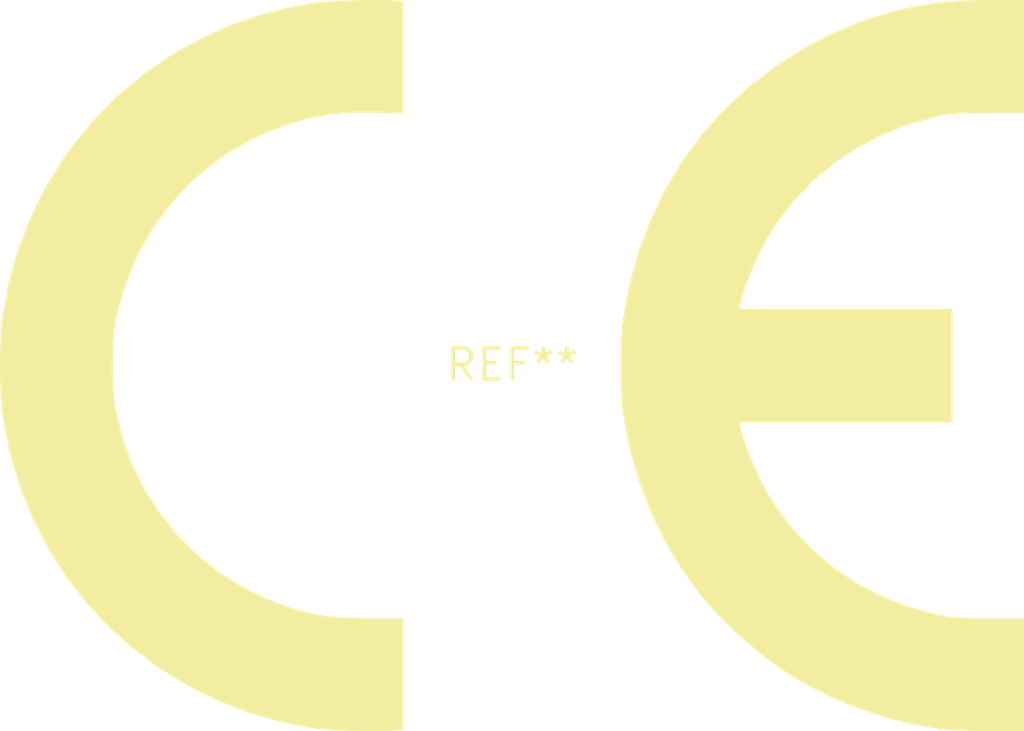
<source format=kicad_pcb>
(kicad_pcb (version 20240108) (generator pcbnew)
  (layers (0 "F.Cu" signal) (31 "B.Cu" signal) (34 "B.Paste" user) (35 "F.Paste" user) (36 "B.SilkS" user "B.Silkscreen") (37 "F.SilkS" user "F.Silkscreen") (38 "B.Mask" user) (39 "F.Mask" user) (44 "Edge.Cuts" user))
  (net 0 "")
  (footprint "CE-Logo_42x30mm_SilkScreen" (layer "F.Cu") (at 0 0)
    (property "Reference" "REF**")
    (property "Value" "CE-Logo_42x30mm_SilkScreen")
    (fp_poly (pts (xy -5.262947 -14.961535) (xy -4.94303 -14.953299) (xy -4.711674 -14.938564) (xy -4.610723 -14.922974) (xy -4.463049 -14.883399) (xy -4.463049 -10.316747) (xy -5.502602 -10.352822) (xy -6.543642 -10.351513) (xy -7.507053 -10.26787) (xy -8.422099 -10.095752) (xy -9.31804 -9.829016) (xy -10.22414 -9.461522) (xy -10.599741 -9.28308) (xy -11.495498 -8.791429) (xy -12.302395 -8.239001) (xy -13.058474 -7.598592) (xy -13.35257 -7.314328) (xy -14.129687 -6.445339) (xy -14.801995 -5.499433) (xy -15.366122 -4.483006) (xy -15.818697 -3.402452) (xy -16.156351 -2.264166) (xy -16.256366 -1.80491) (xy -16.316639 -1.387936) (xy -16.356882 -0.876976) (xy -16.37713 -0.307767) (xy -16.377418 0.283954) (xy -16.357782 0.86245) (xy -16.318258 1.391983) (xy -16.258879 1.836816) (xy -16.252737 1.870542) (xy -15.975633 3.00532) (xy -15.581773 4.087889) (xy -15.077548 5.11096) (xy -14.469349 6.067243) (xy -13.763566 6.949451) (xy -12.96659 7.750294) (xy -12.084812 8.462484) (xy -11.124622 9.07873) (xy -10.092412 9.591745) (xy -9.182079 9.93506) (xy -8.670379 10.091749) (xy -8.200399 10.210875) (xy -7.740181 10.296875) (xy -7.257767 10.354189) (xy -6.7212 10.387254) (xy -6.09852 10.400507) (xy -5.824935 10.401264) (xy -4.463049 10.399686) (xy -4.463049 14.949031) (xy -4.610723 14.988606) (xy -4.736738 15.00348) (xy -4.969893 15.013723) (xy -5.286152 15.019572) (xy -5.661477 15.021265) (xy -6.071834 15.019037) (xy -6.493185 15.013126) (xy -6.901495 15.003769) (xy -7.272727 14.991201) (xy -7.582845 14.97566) (xy -7.807812 14.957382) (xy -7.810335 14.957097) (xy -8.370957 14.875491) (xy -9.004015 14.753274) (xy -9.661211 14.601344) (xy -10.294244 14.430598) (xy -10.696511 14.305919) (xy -12.008946 13.804642) (xy -13.252844 13.194483) (xy -14.423293 12.481376) (xy -15.515384 11.671254) (xy -16.524205 10.77005) (xy -17.444846 9.783697) (xy -18.272395 8.718129) (xy -19.001942 7.579278) (xy -19.628577 6.373079) (xy -20.147387 5.105464) (xy -20.553463 3.782367) (xy -20.841894 2.40972) (xy -20.907469 1.968992) (xy -20.949424 1.548442) (xy -20.978291 1.032524) (xy -20.994072 0.456483) (xy -20.996766 -0.144436) (xy -20.986374 -0.734988) (xy -20.962894 -1.279928) (xy -20.926328 -1.744013) (xy -20.907469 -1.90336) (xy -20.654839 -3.305645) (xy -20.280533 -4.660516) (xy -19.785825 -5.96483) (xy -19.171987 -7.215444) (xy -18.440293 -8.409215) (xy -18.049228 -8.958915) (xy -17.16475 -10.037963) (xy -16.192329 -11.022165) (xy -15.138737 -11.90756) (xy -14.010743 -12.690189) (xy -12.815117 -13.366091) (xy -11.55863 -13.931307) (xy -10.248051 -14.381877) (xy -8.890151 -14.713841) (xy -7.943542 -14.869763) (xy -7.683204 -14.896171) (xy -7.341553 -14.918793) (xy -6.942854 -14.93724) (xy -6.511376 -14.951125) (xy -6.071387 -14.960061) (xy -5.647155 -14.96366) (xy -5.262947 -14.961535)) (layer "F.SilkS") (stroke (width 0.01)) (fill solid))
    (fp_poly (pts (xy 21.002589 -12.650776) (xy 21.002594 -10.33721) (xy 19.542253 -10.335775) (xy 19.036328 -10.333666) (xy 18.63618 -10.327278) (xy 18.316344 -10.314842) (xy 18.051357 -10.294593) (xy 17.815754 -10.264763) (xy 17.58407 -10.223584) (xy 17.415884 -10.188225) (xy 16.275592 -9.874088) (xy 15.187509 -9.446142) (xy 14.16038 -8.910343) (xy 13.202951 -8.272646) (xy 12.323966 -7.539008) (xy 11.53217 -6.715384) (xy 10.836308 -5.807731) (xy 10.71407 -5.623818) (xy 10.457083 -5.192423) (xy 10.194632 -4.689261) (xy 9.941515 -4.148258) (xy 9.712532 -3.603339) (xy 9.52248 -3.088428) (xy 9.386161 -2.637451) (xy 9.35593 -2.510466) (xy 9.309467 -2.297158) (xy 18.049096 -2.297158) (xy 18.049096 2.36279) (xy 9.309467 2.36279) (xy 9.35593 2.576098) (xy 9.480258 3.029388) (xy 9.666244 3.554579) (xy 9.898595 4.117224) (xy 10.16202 4.682877) (xy 10.441227 5.21709) (xy 10.720924 5.685418) (xy 10.767838 5.756626) (xy 11.480978 6.706563) (xy 12.280723 7.559097) (xy 13.162124 8.31089) (xy 14.12023 8.958608) (xy 15.150094 9.498912) (xy 16.246766 9.928468) (xy 17.405296 10.243939) (xy 17.433582 10.25003) (xy 17.694454 10.302624) (xy 17.934679 10.341773) (xy 18.181007 10.369383) (xy 18.460188 10.387362) (xy 18.798973 10.397618) (xy 19.22411 10.402056) (xy 19.575065 10.402726) (xy 21.002584 10.40261) (xy 21.002584 15.029974) (xy 19.575065 15.021459) (xy 19.118754 15.016234) (xy 18.67357 15.006593) (xy 18.268071 14.993494) (xy 17.930813 14.977894) (xy 17.690353 14.96075) (xy 17.655298 14.957097) (xy 16.536991 14.777522) (xy 15.386723 14.49365) (xy 14.235908 14.116138) (xy 13.11596 13.655642) (xy 12.05829 13.12282) (xy 11.781444 12.964394) (xy 10.97008 12.441139) (xy 10.146801 11.825343) (xy 9.344133 11.145085) (xy 8.594604 10.428441) (xy 7.930742 9.703489) (xy 7.749423 9.483945) (xy 6.949075 8.384559) (xy 6.247929 7.205598) (xy 5.650978 5.958896) (xy 5.163218 4.656287) (xy 4.789642 3.309608) (xy 4.535245 1.930693) (xy 4.52262 1.837726) (xy 4.488144 1.482179) (xy 4.463667 1.032167) (xy 4.4492 0.520552) (xy 4.44475 -0.019801) (xy 4.450327 -0.556026) (xy 4.465942 -1.055262) (xy 4.491603 -1.484642) (xy 4.52159 -1.772093) (xy 4.779356 -3.185639) (xy 5.152592 -4.552661) (xy 5.63791 -5.865132) (xy 6.231919 -7.115026) (xy 6.931231 -8.294316) (xy 7.732457 -9.394975) (xy 7.749423 -9.416039) (xy 8.64387 -10.422964) (xy 9.631864 -11.348061) (xy 10.701263 -12.183742) (xy 11.839925 -12.922418) (xy 13.035707 -13.556501) (xy 14.276467 -14.078403) (xy 15.550063 -14.480535) (xy 16.047723 -14.602072) (xy 16.662477 -14.730229) (xy 17.233861 -14.82621) (xy 17.798552 -14.893736) (xy 18.393229 -14.936524) (xy 19.05457 -14.958295) (xy 19.607882 -14.96306) (xy 21.002584 -14.964341) (xy 21.002589 -12.650776)) (layer "F.SilkS") (stroke (width 0.01)) (fill solid))
  )
)
</source>
